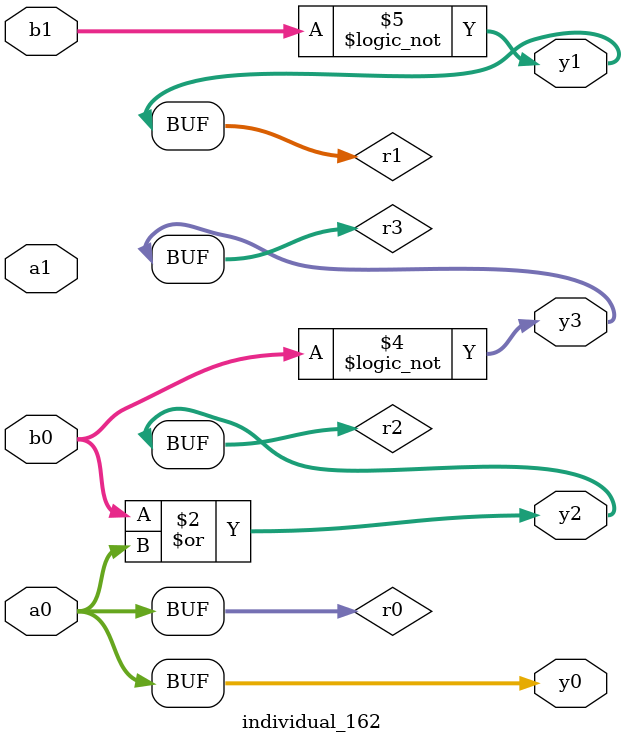
<source format=sv>
module individual_162(input logic [15:0] a1, input logic [15:0] a0, input logic [15:0] b1, input logic [15:0] b0, output logic [15:0] y3, output logic [15:0] y2, output logic [15:0] y1, output logic [15:0] y0);
logic [15:0] r0, r1, r2, r3; 
 always@(*) begin 
	 r0 = a0; r1 = a1; r2 = b0; r3 = b1; 
 	 r2  |=  a0 ;
 	 r3  &=  r3 ;
 	 r3 = ! b0 ;
 	 r1 = ! b1 ;
 	 y3 = r3; y2 = r2; y1 = r1; y0 = r0; 
end
endmodule
</source>
